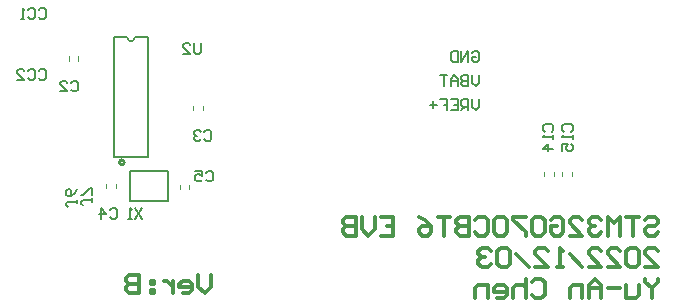
<source format=gbo>
G04 Layer_Color=32896*
%FSLAX44Y44*%
%MOMM*%
G71*
G01*
G75*
%ADD29C,0.2540*%
%ADD31C,0.3000*%
%ADD32C,0.2000*%
%ADD52C,0.1000*%
D29*
X186404Y-209804D02*
G03*
X186404Y-209804I-2000J0D01*
G01*
D31*
X259890Y-304855D02*
Y-315518D01*
X254558Y-320850D01*
X249227Y-315518D01*
Y-304855D01*
X235898Y-320850D02*
X241229D01*
X243895Y-318184D01*
Y-312853D01*
X241229Y-310187D01*
X235898D01*
X233232Y-312853D01*
Y-315518D01*
X243895D01*
X227900Y-310187D02*
Y-320850D01*
Y-315518D01*
X225235Y-312853D01*
X222569Y-310187D01*
X219903D01*
X211906D02*
X209240D01*
Y-312853D01*
X211906D01*
Y-310187D01*
Y-318184D02*
X209240D01*
Y-320850D01*
X211906D01*
Y-318184D01*
X198577Y-304855D02*
Y-320850D01*
X190579D01*
X187913Y-318184D01*
Y-315518D01*
X190579Y-312853D01*
X198577D01*
X190579D01*
X187913Y-310187D01*
Y-307521D01*
X190579Y-304855D01*
X198577D01*
X627687Y-258543D02*
X630353Y-255878D01*
X635684D01*
X638350Y-258543D01*
Y-261209D01*
X635684Y-263875D01*
X630353D01*
X627687Y-266541D01*
Y-269207D01*
X630353Y-271873D01*
X635684D01*
X638350Y-269207D01*
X622355Y-255878D02*
X611692D01*
X617024D01*
Y-271873D01*
X606360D02*
Y-255878D01*
X601029Y-261209D01*
X595697Y-255878D01*
Y-271873D01*
X590366Y-258543D02*
X587700Y-255878D01*
X582368D01*
X579702Y-258543D01*
Y-261209D01*
X582368Y-263875D01*
X585034D01*
X582368D01*
X579702Y-266541D01*
Y-269207D01*
X582368Y-271873D01*
X587700D01*
X590366Y-269207D01*
X563708Y-271873D02*
X574371D01*
X563708Y-261209D01*
Y-258543D01*
X566373Y-255878D01*
X571705D01*
X574371Y-258543D01*
X547713D02*
X550378Y-255878D01*
X555710D01*
X558376Y-258543D01*
Y-269207D01*
X555710Y-271873D01*
X550378D01*
X547713Y-269207D01*
Y-263875D01*
X553044D01*
X542381Y-258543D02*
X539715Y-255878D01*
X534384D01*
X531718Y-258543D01*
Y-269207D01*
X534384Y-271873D01*
X539715D01*
X542381Y-269207D01*
Y-258543D01*
X526386Y-255878D02*
X515723D01*
Y-258543D01*
X526386Y-269207D01*
Y-271873D01*
X510392Y-258543D02*
X507726Y-255878D01*
X502394D01*
X499728Y-258543D01*
Y-269207D01*
X502394Y-271873D01*
X507726D01*
X510392Y-269207D01*
Y-258543D01*
X483733D02*
X486399Y-255878D01*
X491731D01*
X494397Y-258543D01*
Y-269207D01*
X491731Y-271873D01*
X486399D01*
X483733Y-269207D01*
X478402Y-255878D02*
Y-271873D01*
X470405D01*
X467739Y-269207D01*
Y-266541D01*
X470405Y-263875D01*
X478402D01*
X470405D01*
X467739Y-261209D01*
Y-258543D01*
X470405Y-255878D01*
X478402D01*
X462407D02*
X451744D01*
X457076D01*
Y-271873D01*
X435749Y-255878D02*
X441081Y-258543D01*
X446412Y-263875D01*
Y-269207D01*
X443746Y-271873D01*
X438415D01*
X435749Y-269207D01*
Y-266541D01*
X438415Y-263875D01*
X446412D01*
X403759Y-255878D02*
X414423D01*
Y-271873D01*
X403759D01*
X414423Y-263875D02*
X409091D01*
X398428Y-255878D02*
Y-266541D01*
X393096Y-271873D01*
X387765Y-266541D01*
Y-255878D01*
X382433D02*
Y-271873D01*
X374436D01*
X371770Y-269207D01*
Y-266541D01*
X374436Y-263875D01*
X382433D01*
X374436D01*
X371770Y-261209D01*
Y-258543D01*
X374436Y-255878D01*
X382433D01*
X627687Y-298266D02*
X638350D01*
X627687Y-287603D01*
Y-284937D01*
X630353Y-282271D01*
X635684D01*
X638350Y-284937D01*
X622355D02*
X619689Y-282271D01*
X614358D01*
X611692Y-284937D01*
Y-295600D01*
X614358Y-298266D01*
X619689D01*
X622355Y-295600D01*
Y-284937D01*
X595697Y-298266D02*
X606360D01*
X595697Y-287603D01*
Y-284937D01*
X598363Y-282271D01*
X603695D01*
X606360Y-284937D01*
X579702Y-298266D02*
X590366D01*
X579702Y-287603D01*
Y-284937D01*
X582368Y-282271D01*
X587700D01*
X590366Y-284937D01*
X574371Y-298266D02*
X563708Y-287603D01*
X558376Y-298266D02*
X553044D01*
X555710D01*
Y-282271D01*
X558376Y-284937D01*
X534384Y-298266D02*
X545047D01*
X534384Y-287603D01*
Y-284937D01*
X537049Y-282271D01*
X542381D01*
X545047Y-284937D01*
X529052Y-298266D02*
X518389Y-287603D01*
X513057Y-284937D02*
X510392Y-282271D01*
X505060D01*
X502394Y-284937D01*
Y-295600D01*
X505060Y-298266D01*
X510392D01*
X513057Y-295600D01*
Y-284937D01*
X497062D02*
X494397Y-282271D01*
X489065D01*
X486399Y-284937D01*
Y-287603D01*
X489065Y-290269D01*
X491731D01*
X489065D01*
X486399Y-292935D01*
Y-295600D01*
X489065Y-298266D01*
X494397D01*
X497062Y-295600D01*
X638350Y-308665D02*
Y-311331D01*
X633018Y-316663D01*
X627687Y-311331D01*
Y-308665D01*
X633018Y-316663D02*
Y-324660D01*
X622355Y-313997D02*
Y-321994D01*
X619689Y-324660D01*
X611692D01*
Y-313997D01*
X606360Y-316663D02*
X595697D01*
X590366Y-324660D02*
Y-313997D01*
X585034Y-308665D01*
X579702Y-313997D01*
Y-324660D01*
Y-316663D01*
X590366D01*
X574371Y-324660D02*
Y-313997D01*
X566373D01*
X563708Y-316663D01*
Y-324660D01*
X531718Y-311331D02*
X534384Y-308665D01*
X539715D01*
X542381Y-311331D01*
Y-321994D01*
X539715Y-324660D01*
X534384D01*
X531718Y-321994D01*
X526386Y-308665D02*
Y-324660D01*
Y-316663D01*
X523721Y-313997D01*
X518389D01*
X515723Y-316663D01*
Y-324660D01*
X502394D02*
X507726D01*
X510392Y-321994D01*
Y-316663D01*
X507726Y-313997D01*
X502394D01*
X499728Y-316663D01*
Y-319328D01*
X510392D01*
X494397Y-324660D02*
Y-313997D01*
X486399D01*
X483733Y-316663D01*
Y-324660D01*
D32*
X189075Y-104140D02*
G03*
X195425Y-104140I3175J0D01*
G01*
X191770Y-242570D02*
X223770D01*
X191770D02*
Y-217570D01*
X223770D01*
Y-242570D02*
Y-217570D01*
X206900Y-205740D02*
Y-104140D01*
X177600Y-205740D02*
X206900D01*
X177600D02*
Y-104140D01*
X189075D01*
X195425D02*
X206900D01*
X113922Y-132742D02*
X115421Y-131243D01*
X118420D01*
X119920Y-132742D01*
Y-138741D01*
X118420Y-140240D01*
X115421D01*
X113922Y-138741D01*
X104925Y-132742D02*
X106424Y-131243D01*
X109423D01*
X110923Y-132742D01*
Y-138741D01*
X109423Y-140240D01*
X106424D01*
X104925Y-138741D01*
X95928Y-140240D02*
X101926D01*
X95928Y-134242D01*
Y-132742D01*
X97427Y-131243D01*
X100426D01*
X101926Y-132742D01*
X113922Y-80672D02*
X115421Y-79173D01*
X118420D01*
X119920Y-80672D01*
Y-86671D01*
X118420Y-88170D01*
X115421D01*
X113922Y-86671D01*
X104925Y-80672D02*
X106424Y-79173D01*
X109423D01*
X110923Y-80672D01*
Y-86671D01*
X109423Y-88170D01*
X106424D01*
X104925Y-86671D01*
X101926Y-88170D02*
X98927D01*
X100426D01*
Y-79173D01*
X101926Y-80672D01*
X486950Y-136323D02*
Y-142321D01*
X483951Y-145320D01*
X480952Y-142321D01*
Y-136323D01*
X477953D02*
Y-145320D01*
X473454D01*
X471955Y-143820D01*
Y-142321D01*
X473454Y-140822D01*
X477953D01*
X473454D01*
X471955Y-139322D01*
Y-137822D01*
X473454Y-136323D01*
X477953D01*
X468956Y-145320D02*
Y-139322D01*
X465957Y-136323D01*
X462958Y-139322D01*
Y-145320D01*
Y-140822D01*
X468956D01*
X459959Y-136323D02*
X453961D01*
X456960D01*
Y-145320D01*
X486950Y-156643D02*
Y-162641D01*
X483951Y-165640D01*
X480952Y-162641D01*
Y-156643D01*
X477953Y-165640D02*
Y-156643D01*
X473454D01*
X471955Y-158142D01*
Y-161141D01*
X473454Y-162641D01*
X477953D01*
X474954D02*
X471955Y-165640D01*
X462958Y-156643D02*
X468956D01*
Y-165640D01*
X462958D01*
X468956Y-161141D02*
X465957D01*
X453961Y-156643D02*
X459959D01*
Y-161141D01*
X456960D01*
X459959D01*
Y-165640D01*
X450962Y-161141D02*
X444964D01*
X447963Y-158142D02*
Y-164140D01*
X480952Y-117502D02*
X482452Y-116003D01*
X485451D01*
X486950Y-117502D01*
Y-123500D01*
X485451Y-125000D01*
X482452D01*
X480952Y-123500D01*
Y-120501D01*
X483951D01*
X477953Y-125000D02*
Y-116003D01*
X471955Y-125000D01*
Y-116003D01*
X468956D02*
Y-125000D01*
X464457D01*
X462958Y-123500D01*
Y-117502D01*
X464457Y-116003D01*
X468956D01*
X201930Y-248813D02*
X195932Y-257810D01*
Y-248813D02*
X201930Y-257810D01*
X192933D02*
X189934D01*
X191433D01*
Y-248813D01*
X192933Y-250312D01*
X158857Y-240382D02*
Y-243381D01*
Y-241882D01*
X151360D01*
X149860Y-243381D01*
Y-244881D01*
X151360Y-246380D01*
X158857Y-237383D02*
Y-231385D01*
X157358D01*
X151360Y-237383D01*
X149860D01*
X255622Y-218562D02*
X257122Y-217063D01*
X260121D01*
X261620Y-218562D01*
Y-224561D01*
X260121Y-226060D01*
X257122D01*
X255622Y-224561D01*
X246625Y-217063D02*
X252623D01*
Y-221562D01*
X249624Y-220062D01*
X248124D01*
X246625Y-221562D01*
Y-224561D01*
X248124Y-226060D01*
X251123D01*
X252623Y-224561D01*
X174342Y-250312D02*
X175842Y-248813D01*
X178841D01*
X180340Y-250312D01*
Y-256311D01*
X178841Y-257810D01*
X175842D01*
X174342Y-256311D01*
X166844Y-257810D02*
Y-248813D01*
X171343Y-253312D01*
X165345D01*
X254352Y-184272D02*
X255851Y-182773D01*
X258850D01*
X260350Y-184272D01*
Y-190271D01*
X258850Y-191770D01*
X255851D01*
X254352Y-190271D01*
X251353Y-184272D02*
X249853Y-182773D01*
X246854D01*
X245355Y-184272D01*
Y-185772D01*
X246854Y-187271D01*
X248354D01*
X246854D01*
X245355Y-188771D01*
Y-190271D01*
X246854Y-191770D01*
X249853D01*
X251353Y-190271D01*
X251460Y-109113D02*
Y-116610D01*
X249960Y-118110D01*
X246961D01*
X245462Y-116610D01*
Y-109113D01*
X236465Y-118110D02*
X242463D01*
X236465Y-112112D01*
Y-110612D01*
X237964Y-109113D01*
X240963D01*
X242463Y-110612D01*
X146157Y-241652D02*
Y-244651D01*
Y-243151D01*
X138659D01*
X137160Y-244651D01*
Y-246150D01*
X138659Y-247650D01*
X146157Y-232655D02*
X144658Y-235654D01*
X141658Y-238653D01*
X138659D01*
X137160Y-237153D01*
Y-234154D01*
X138659Y-232655D01*
X140159D01*
X141658Y-234154D01*
Y-238653D01*
X141322Y-142362D02*
X142822Y-140863D01*
X145821D01*
X147320Y-142362D01*
Y-148361D01*
X145821Y-149860D01*
X142822D01*
X141322Y-148361D01*
X132325Y-149860D02*
X138323D01*
X132325Y-143862D01*
Y-142362D01*
X133824Y-140863D01*
X136823D01*
X138323Y-142362D01*
X558922Y-183798D02*
X557423Y-182299D01*
Y-179300D01*
X558922Y-177800D01*
X564921D01*
X566420Y-179300D01*
Y-182299D01*
X564921Y-183798D01*
X566420Y-186797D02*
Y-189796D01*
Y-188297D01*
X557423D01*
X558922Y-186797D01*
X557423Y-200293D02*
Y-194295D01*
X561922D01*
X560422Y-197294D01*
Y-198793D01*
X561922Y-200293D01*
X564921D01*
X566420Y-198793D01*
Y-195794D01*
X564921Y-194295D01*
X542412Y-183798D02*
X540913Y-182299D01*
Y-179300D01*
X542412Y-177800D01*
X548410D01*
X549910Y-179300D01*
Y-182299D01*
X548410Y-183798D01*
X549910Y-186797D02*
Y-189796D01*
Y-188297D01*
X540913D01*
X542412Y-186797D01*
X549910Y-198793D02*
X540913D01*
X545411Y-194295D01*
Y-200293D01*
D52*
X252920Y-165730D02*
Y-162180D01*
X244920Y-165730D02*
Y-162180D01*
X179260Y-231770D02*
Y-228220D01*
X171260Y-231770D02*
Y-228220D01*
X233490Y-232790D02*
Y-229240D01*
X241490Y-232790D02*
Y-229240D01*
X147510Y-123820D02*
Y-120270D01*
X139510Y-123820D02*
Y-120270D01*
X557340Y-221360D02*
Y-217810D01*
X565340Y-221360D02*
Y-217810D01*
X542100Y-221360D02*
Y-217810D01*
X550100Y-221360D02*
Y-217810D01*
M02*

</source>
